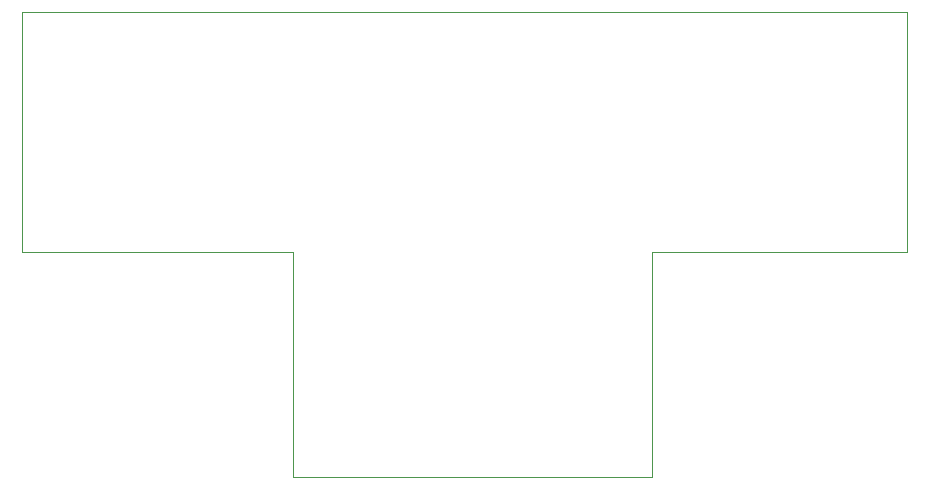
<source format=gbr>
%TF.GenerationSoftware,KiCad,Pcbnew,8.0.1*%
%TF.CreationDate,2024-03-24T23:42:46+02:00*%
%TF.ProjectId,ProjectFiles,50726f6a-6563-4744-9669-6c65732e6b69,rev?*%
%TF.SameCoordinates,Original*%
%TF.FileFunction,Profile,NP*%
%FSLAX46Y46*%
G04 Gerber Fmt 4.6, Leading zero omitted, Abs format (unit mm)*
G04 Created by KiCad (PCBNEW 8.0.1) date 2024-03-24 23:42:46*
%MOMM*%
%LPD*%
G01*
G04 APERTURE LIST*
%TA.AperFunction,Profile*%
%ADD10C,0.050000*%
%TD*%
G04 APERTURE END LIST*
D10*
X134660000Y-110490000D02*
X111760000Y-110490000D01*
X134660000Y-129540000D02*
X134660000Y-110490000D01*
X165100000Y-110490000D02*
X186690000Y-110490000D01*
X134660000Y-129540000D02*
X165100000Y-129540000D01*
X165100000Y-129540000D02*
X165100000Y-110490000D01*
X111760000Y-90170000D02*
X186690000Y-90170000D01*
X186690000Y-90170000D02*
X186690000Y-110490000D01*
X111760000Y-110490000D02*
X111760000Y-90170000D01*
M02*

</source>
